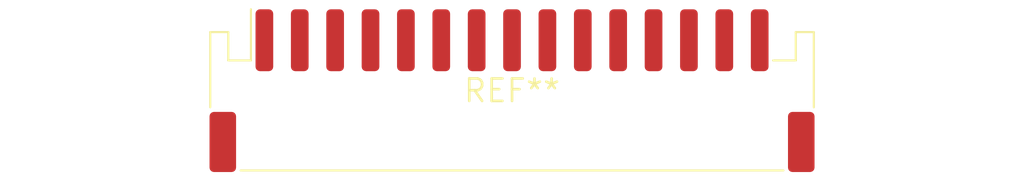
<source format=kicad_pcb>
(kicad_pcb (version 20240108) (generator pcbnew)
  (layers (0 "F.Cu" signal) (31 "B.Cu" signal) (34 "B.Paste" user) (35 "F.Paste" user) (36 "B.SilkS" user "B.Silkscreen") (37 "F.SilkS" user "F.Silkscreen") (38 "B.Mask" user) (39 "F.Mask" user) (44 "Edge.Cuts" user))
  (net 0 "")
  (footprint "JST_PH_S15B-PH-SM4-TB_1x15-1MP_P2.00mm_Horizontal" (layer "F.Cu") (at 0 0)
    (property "Reference" "REF**")
    (property "Value" "JST_PH_S15B-PH-SM4-TB_1x15-1MP_P2.00mm_Horizontal")
    (fp_line (start -17.06 -3.31) (end -16.04 -3.31) (layer "F.SilkS") (stroke (width 0.12)))
    (fp_line (start -17.06 0.94) (end -17.06 -3.31) (layer "F.SilkS") (stroke (width 0.12)))
    (fp_line (start -16.04 -3.31) (end -16.04 -1.71) (layer "F.SilkS") (stroke (width 0.12)))
    (fp_line (start -16.04 -1.71) (end -14.76 -1.71) (layer "F.SilkS") (stroke (width 0.12)))
    (fp_line (start -15.34 4.51) (end 15.34 4.51) (layer "F.SilkS") (stroke (width 0.12)))
    (fp_line (start -14.76 -1.71) (end -14.76 -4.6) (layer "F.SilkS") (stroke (width 0.12)))
    (fp_line (start 16.04 -3.31) (end 16.04 -1.71) (layer "F.SilkS") (stroke (width 0.12)))
    (fp_line (start 16.04 -1.71) (end 14.76 -1.71) (layer "F.SilkS") (stroke (width 0.12)))
    (fp_line (start 17.06 -3.31) (end 16.04 -3.31) (layer "F.SilkS") (stroke (width 0.12)))
    (fp_line (start 17.06 0.94) (end 17.06 -3.31) (layer "F.SilkS") (stroke (width 0.12)))
    (pad "1" smd roundrect (at -14 -2.85) (size 1 3.5) (layers "F.Cu" "F.Paste" "F.Mask"))
    (pad "2" smd roundrect (at -12 -2.85) (size 1 3.5) (layers "F.Cu" "F.Paste" "F.Mask"))
    (pad "3" smd roundrect (at -10 -2.85) (size 1 3.5) (layers "F.Cu" "F.Paste" "F.Mask"))
    (pad "4" smd roundrect (at -8 -2.85) (size 1 3.5) (layers "F.Cu" "F.Paste" "F.Mask"))
    (pad "5" smd roundrect (at -6 -2.85) (size 1 3.5) (layers "F.Cu" "F.Paste" "F.Mask"))
    (pad "6" smd roundrect (at -4 -2.85) (size 1 3.5) (layers "F.Cu" "F.Paste" "F.Mask"))
    (pad "7" smd roundrect (at -2 -2.85) (size 1 3.5) (layers "F.Cu" "F.Paste" "F.Mask"))
    (pad "8" smd roundrect (at 0 -2.85) (size 1 3.5) (layers "F.Cu" "F.Paste" "F.Mask"))
    (pad "9" smd roundrect (at 2 -2.85) (size 1 3.5) (layers "F.Cu" "F.Paste" "F.Mask"))
    (pad "10" smd roundrect (at 4 -2.85) (size 1 3.5) (layers "F.Cu" "F.Paste" "F.Mask"))
    (pad "11" smd roundrect (at 6 -2.85) (size 1 3.5) (layers "F.Cu" "F.Paste" "F.Mask"))
    (pad "12" smd roundrect (at 8 -2.85) (size 1 3.5) (layers "F.Cu" "F.Paste" "F.Mask"))
    (pad "13" smd roundrect (at 10 -2.85) (size 1 3.5) (layers "F.Cu" "F.Paste" "F.Mask"))
    (pad "14" smd roundrect (at 12 -2.85) (size 1 3.5) (layers "F.Cu" "F.Paste" "F.Mask"))
    (pad "15" smd roundrect (at 14 -2.85) (size 1 3.5) (layers "F.Cu" "F.Paste" "F.Mask"))
    (pad "MP" smd roundrect (at -16.35 2.9) (size 1.5 3.4) (layers "F.Cu" "F.Paste" "F.Mask") (roundrect_rratio 0.166667))
    (pad "MP" smd roundrect (at 16.35 2.9) (size 1.5 3.4) (layers "F.Cu" "F.Paste" "F.Mask") (roundrect_rratio 0.166667))
  )
)
</source>
